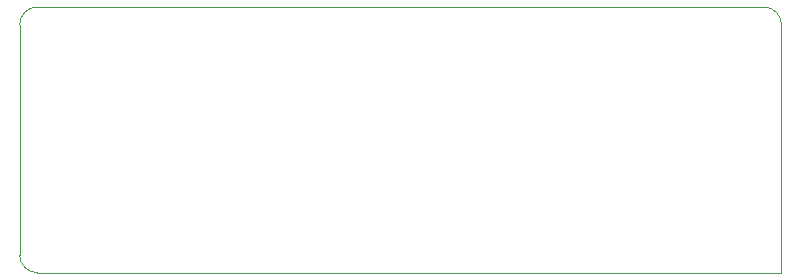
<source format=gm1>
G04 #@! TF.GenerationSoftware,KiCad,Pcbnew,8.0.7-8.0.7-0~ubuntu22.04.1*
G04 #@! TF.CreationDate,2024-12-31T17:49:22+01:00*
G04 #@! TF.ProjectId,kicad_makespace_tutorial,6b696361-645f-46d6-916b-657370616365,v1*
G04 #@! TF.SameCoordinates,Original*
G04 #@! TF.FileFunction,Profile,NP*
%FSLAX46Y46*%
G04 Gerber Fmt 4.6, Leading zero omitted, Abs format (unit mm)*
G04 Created by KiCad (PCBNEW 8.0.7-8.0.7-0~ubuntu22.04.1) date 2024-12-31 17:49:22*
%MOMM*%
%LPD*%
G01*
G04 APERTURE LIST*
G04 #@! TA.AperFunction,Profile*
%ADD10C,0.100000*%
G04 #@! TD*
G04 #@! TA.AperFunction,Profile*
%ADD11C,0.050000*%
G04 #@! TD*
G04 APERTURE END LIST*
D10*
X64500000Y-22500000D02*
X1500000Y-22500000D01*
D11*
X-1Y-1499999D02*
G75*
G02*
X1499999Y1I1500001J-1D01*
G01*
X1500000Y-22500000D02*
G75*
G02*
X0Y-21000000I0J1500000D01*
G01*
X64500000Y-22500000D02*
X64500000Y-1500000D01*
X63093204Y0D02*
G75*
G02*
X64499988Y-1500000I-96304J-1500000D01*
G01*
D10*
X1499999Y1D02*
X63093204Y0D01*
X0Y-21000000D02*
X-1Y-1499999D01*
M02*

</source>
